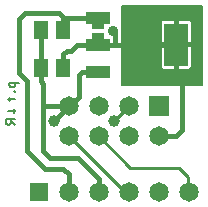
<source format=gbl>
G04 #@! TF.FileFunction,Copper,L2,Bot,Signal*
%FSLAX46Y46*%
G04 Gerber Fmt 4.6, Leading zero omitted, Abs format (unit mm)*
G04 Created by KiCad (PCBNEW (2015-03-16 BZR 5521)-product) date Mon 16 Mar 2015 08:33:54 PM CET*
%MOMM*%
G01*
G04 APERTURE LIST*
%ADD10C,0.100000*%
%ADD11C,0.160000*%
%ADD12R,2.032000X3.657600*%
%ADD13R,2.032000X1.016000*%
%ADD14R,1.000000X1.000000*%
%ADD15R,1.651000X1.651000*%
%ADD16C,1.651000*%
%ADD17C,1.000000*%
%ADD18R,1.297940X1.498600*%
%ADD19R,1.650000X1.650000*%
%ADD20C,1.650000*%
%ADD21C,0.889000*%
%ADD22C,0.406400*%
%ADD23C,0.254000*%
%ADD24C,0.200000*%
G04 APERTURE END LIST*
D10*
D11*
X155628571Y-107722619D02*
X156428571Y-107722619D01*
X155666667Y-107722619D02*
X155628571Y-107798810D01*
X155628571Y-107951191D01*
X155666667Y-108027381D01*
X155704762Y-108065476D01*
X155780952Y-108103572D01*
X156009524Y-108103572D01*
X156085714Y-108065476D01*
X156123810Y-108027381D01*
X156161905Y-107951191D01*
X156161905Y-107798810D01*
X156123810Y-107722619D01*
X156085714Y-108446429D02*
X156123810Y-108484524D01*
X156161905Y-108446429D01*
X156123810Y-108408334D01*
X156085714Y-108446429D01*
X156161905Y-108446429D01*
X156161905Y-109132143D02*
X155552381Y-109132143D01*
X155704762Y-108979762D02*
X155552381Y-109132143D01*
X155704762Y-109284524D01*
X155552381Y-110122619D02*
X156161905Y-110122619D01*
X156009524Y-110275000D02*
X156161905Y-110122619D01*
X156009524Y-109970238D01*
X156161905Y-111265476D02*
X155780952Y-110998809D01*
X156161905Y-110808333D02*
X155361905Y-110808333D01*
X155361905Y-111113095D01*
X155400000Y-111189286D01*
X155438095Y-111227381D01*
X155514286Y-111265476D01*
X155628571Y-111265476D01*
X155704762Y-111227381D01*
X155742857Y-111189286D01*
X155780952Y-111113095D01*
X155780952Y-110808333D01*
D12*
X169802000Y-104500000D03*
D13*
X163198000Y-104500000D03*
X163198000Y-102214000D03*
X163198000Y-106786000D03*
D14*
X163200000Y-104000000D03*
X163200000Y-102700000D03*
D15*
X168310000Y-109730000D03*
D16*
X168310000Y-112270000D03*
X165770000Y-109730000D03*
X165770000Y-112270000D03*
X163230000Y-109730000D03*
X163230000Y-112270000D03*
X160690000Y-109730000D03*
X160690000Y-112270000D03*
D17*
X164500000Y-111000000D03*
X159420000Y-111000000D03*
D18*
X160200000Y-106450000D03*
X158300080Y-106450000D03*
X160199960Y-103300000D03*
X158300040Y-103300000D03*
D19*
X158150000Y-117000000D03*
D20*
X160690000Y-117000000D03*
X163230000Y-117000000D03*
X165770000Y-117000000D03*
X168310000Y-117000000D03*
X170850000Y-117000000D03*
D21*
X164410457Y-103339196D03*
D22*
X160199960Y-102144300D02*
X159855660Y-101800000D01*
X160690000Y-115490000D02*
X160690000Y-117000000D01*
X159855660Y-101800000D02*
X157004227Y-101800000D01*
X157189777Y-113499777D02*
X158687434Y-114997434D01*
X157004227Y-101800000D02*
X156500000Y-102304227D01*
X156500000Y-102304227D02*
X156500000Y-106925000D01*
X156500000Y-106925000D02*
X157189777Y-107614777D01*
X157189777Y-107614777D02*
X157189777Y-113499777D01*
X158687434Y-114997434D02*
X160197434Y-114997434D01*
X160197434Y-114997434D02*
X160690000Y-115490000D01*
X163198000Y-102214000D02*
X163198000Y-102698000D01*
X163198000Y-102698000D02*
X163200000Y-102700000D01*
X163200000Y-102216000D02*
X163198000Y-102214000D01*
X160199960Y-103300000D02*
X160199960Y-102144300D01*
X160269660Y-102214000D02*
X163198000Y-102214000D01*
X160199960Y-102144300D02*
X160269660Y-102214000D01*
X160670000Y-109750000D02*
X160690000Y-109730000D01*
X158300080Y-107605700D02*
X158300080Y-106450000D01*
X158500000Y-107805620D02*
X158300080Y-107605700D01*
X159100000Y-114100000D02*
X158500000Y-113500000D01*
X161496726Y-114100000D02*
X159100000Y-114100000D01*
X163230000Y-115833274D02*
X161496726Y-114100000D01*
X163230000Y-117000000D02*
X163230000Y-115833274D01*
X158533568Y-109730000D02*
X158500000Y-109696432D01*
X160690000Y-109730000D02*
X158533568Y-109730000D01*
X158500000Y-109696432D02*
X158500000Y-107805620D01*
X158500000Y-113500000D02*
X158500000Y-109696432D01*
X161775600Y-106786000D02*
X163198000Y-106786000D01*
X161515499Y-107046101D02*
X161775600Y-106786000D01*
X161515499Y-108904501D02*
X161515499Y-107046101D01*
X160690000Y-109730000D02*
X161515499Y-108904501D01*
X158300040Y-106449960D02*
X158300080Y-106450000D01*
X158300040Y-103300000D02*
X158300040Y-106449960D01*
X159420000Y-111000000D02*
X160690000Y-109730000D01*
X164620400Y-104500000D02*
X169802000Y-104500000D01*
X170300000Y-107350000D02*
X169802000Y-106852000D01*
X169802000Y-106852000D02*
X169802000Y-104500000D01*
X170300000Y-107350000D02*
X170300000Y-111700000D01*
X170300000Y-111700000D02*
X169730000Y-112270000D01*
X169730000Y-112270000D02*
X168310000Y-112270000D01*
X164620400Y-104500000D02*
X164610000Y-104489600D01*
X164610000Y-104489600D02*
X164610000Y-103538739D01*
X164610000Y-103538739D02*
X164410457Y-103339196D01*
X163198000Y-104500000D02*
X163198000Y-104002000D01*
X163198000Y-104002000D02*
X163200000Y-104000000D01*
X163198000Y-104500000D02*
X163249653Y-104500000D01*
X163200000Y-104498000D02*
X163198000Y-104500000D01*
X160200000Y-105294300D02*
X160494300Y-105000000D01*
X160200000Y-106450000D02*
X160200000Y-105294300D01*
X160494300Y-105000000D02*
X160850000Y-105000000D01*
X160850000Y-105000000D02*
X161350000Y-104500000D01*
X161350000Y-104500000D02*
X163198000Y-104500000D01*
X163198000Y-104500000D02*
X164620400Y-104500000D01*
D23*
X170800000Y-116950000D02*
X170850000Y-117000000D01*
X170800000Y-115700000D02*
X170800000Y-116950000D01*
X170050000Y-114950000D02*
X170800000Y-115700000D01*
X165910000Y-114950000D02*
X170050000Y-114950000D01*
X163230000Y-112270000D02*
X165910000Y-114950000D01*
X160690000Y-112270000D02*
X165420000Y-117000000D01*
X165420000Y-117000000D02*
X165770000Y-117000000D01*
X164500000Y-111000000D02*
X165770000Y-109730000D01*
D24*
G36*
X171975000Y-107925000D02*
X171118000Y-107925000D01*
X171118000Y-106388474D01*
X171118000Y-104729000D01*
X171118000Y-104271000D01*
X171118000Y-102611526D01*
X171072328Y-102501263D01*
X170987936Y-102416872D01*
X170877673Y-102371200D01*
X170758326Y-102371200D01*
X170031000Y-102371200D01*
X169956000Y-102446200D01*
X169956000Y-104346000D01*
X171043000Y-104346000D01*
X171118000Y-104271000D01*
X171118000Y-104729000D01*
X171043000Y-104654000D01*
X169956000Y-104654000D01*
X169956000Y-106553800D01*
X170031000Y-106628800D01*
X170758326Y-106628800D01*
X170877673Y-106628800D01*
X170987936Y-106583128D01*
X171072328Y-106498737D01*
X171118000Y-106388474D01*
X171118000Y-107925000D01*
X169648000Y-107925000D01*
X169648000Y-106553800D01*
X169648000Y-104654000D01*
X169648000Y-104346000D01*
X169648000Y-102446200D01*
X169573000Y-102371200D01*
X168845674Y-102371200D01*
X168726327Y-102371200D01*
X168616064Y-102416872D01*
X168531672Y-102501263D01*
X168486000Y-102611526D01*
X168486000Y-104271000D01*
X168561000Y-104346000D01*
X169648000Y-104346000D01*
X169648000Y-104654000D01*
X168561000Y-104654000D01*
X168486000Y-104729000D01*
X168486000Y-106388474D01*
X168531672Y-106498737D01*
X168616064Y-106583128D01*
X168726327Y-106628800D01*
X168845674Y-106628800D01*
X169573000Y-106628800D01*
X169648000Y-106553800D01*
X169648000Y-107925000D01*
X165225000Y-107925000D01*
X165225000Y-101200000D01*
X171975000Y-101200000D01*
X171975000Y-107925000D01*
X171975000Y-107925000D01*
G37*
X171975000Y-107925000D02*
X171118000Y-107925000D01*
X171118000Y-106388474D01*
X171118000Y-104729000D01*
X171118000Y-104271000D01*
X171118000Y-102611526D01*
X171072328Y-102501263D01*
X170987936Y-102416872D01*
X170877673Y-102371200D01*
X170758326Y-102371200D01*
X170031000Y-102371200D01*
X169956000Y-102446200D01*
X169956000Y-104346000D01*
X171043000Y-104346000D01*
X171118000Y-104271000D01*
X171118000Y-104729000D01*
X171043000Y-104654000D01*
X169956000Y-104654000D01*
X169956000Y-106553800D01*
X170031000Y-106628800D01*
X170758326Y-106628800D01*
X170877673Y-106628800D01*
X170987936Y-106583128D01*
X171072328Y-106498737D01*
X171118000Y-106388474D01*
X171118000Y-107925000D01*
X169648000Y-107925000D01*
X169648000Y-106553800D01*
X169648000Y-104654000D01*
X169648000Y-104346000D01*
X169648000Y-102446200D01*
X169573000Y-102371200D01*
X168845674Y-102371200D01*
X168726327Y-102371200D01*
X168616064Y-102416872D01*
X168531672Y-102501263D01*
X168486000Y-102611526D01*
X168486000Y-104271000D01*
X168561000Y-104346000D01*
X169648000Y-104346000D01*
X169648000Y-104654000D01*
X168561000Y-104654000D01*
X168486000Y-104729000D01*
X168486000Y-106388474D01*
X168531672Y-106498737D01*
X168616064Y-106583128D01*
X168726327Y-106628800D01*
X168845674Y-106628800D01*
X169573000Y-106628800D01*
X169648000Y-106553800D01*
X169648000Y-107925000D01*
X165225000Y-107925000D01*
X165225000Y-101200000D01*
X171975000Y-101200000D01*
X171975000Y-107925000D01*
M02*

</source>
